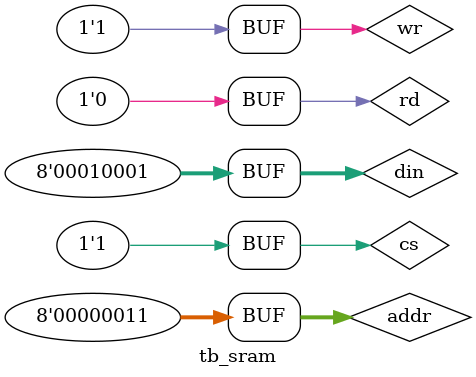
<source format=v>
`timescale 10ns/1ns
`include "sram.v"
`define CLOCK_CYCLE 20

module tb_sram;
  
  wire [7:0] dout;
  reg [7:0] din, addr; 
  reg wr, rd, cs;
  
  sram sram(dout, din, addr, wr, rd, cs);
  
  initial begin
    cs = 0; rd = 0; wr = 0; din = 0; addr =0;
    #10 cs = 1; din = 8'b1011_0101;
    #10 wr = 1; addr = 8'b11;
    #10 cs = 0; addr = 8'b10; wr = 0; din = 8'b0001_0001;
    #10 cs = 1; wr = 1; rd = 1;
    #10 rd = 0;
    #10 addr = 3;
  end
  
  initial begin
    $monitor("Current time: %tns", $time, "<---->dout = %b, din = %b, addr = %b, wr = %b, rd = %b, cs = %b", 
              dout, din, addr, wr, rd, cs);
  end
    
endmodule



</source>
